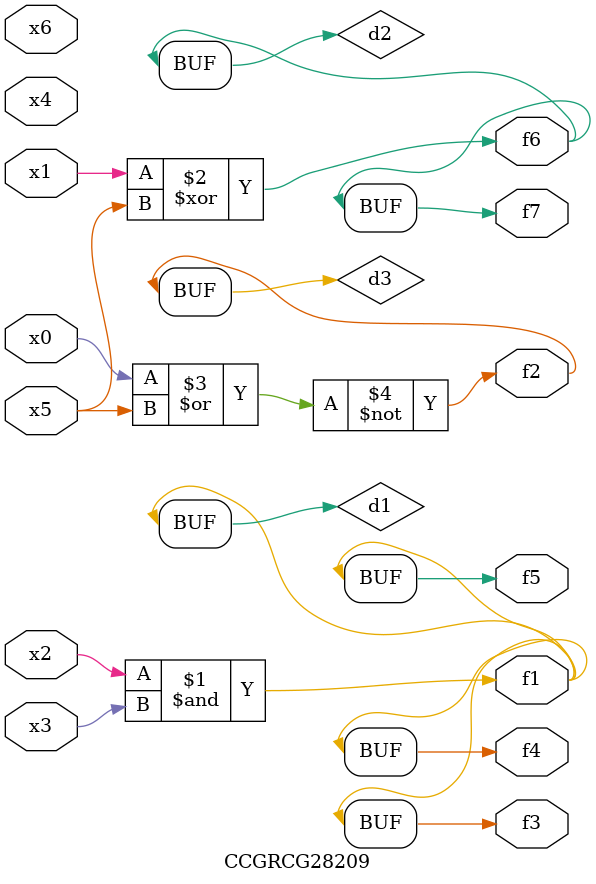
<source format=v>
module CCGRCG28209(
	input x0, x1, x2, x3, x4, x5, x6,
	output f1, f2, f3, f4, f5, f6, f7
);

	wire d1, d2, d3;

	and (d1, x2, x3);
	xor (d2, x1, x5);
	nor (d3, x0, x5);
	assign f1 = d1;
	assign f2 = d3;
	assign f3 = d1;
	assign f4 = d1;
	assign f5 = d1;
	assign f6 = d2;
	assign f7 = d2;
endmodule

</source>
